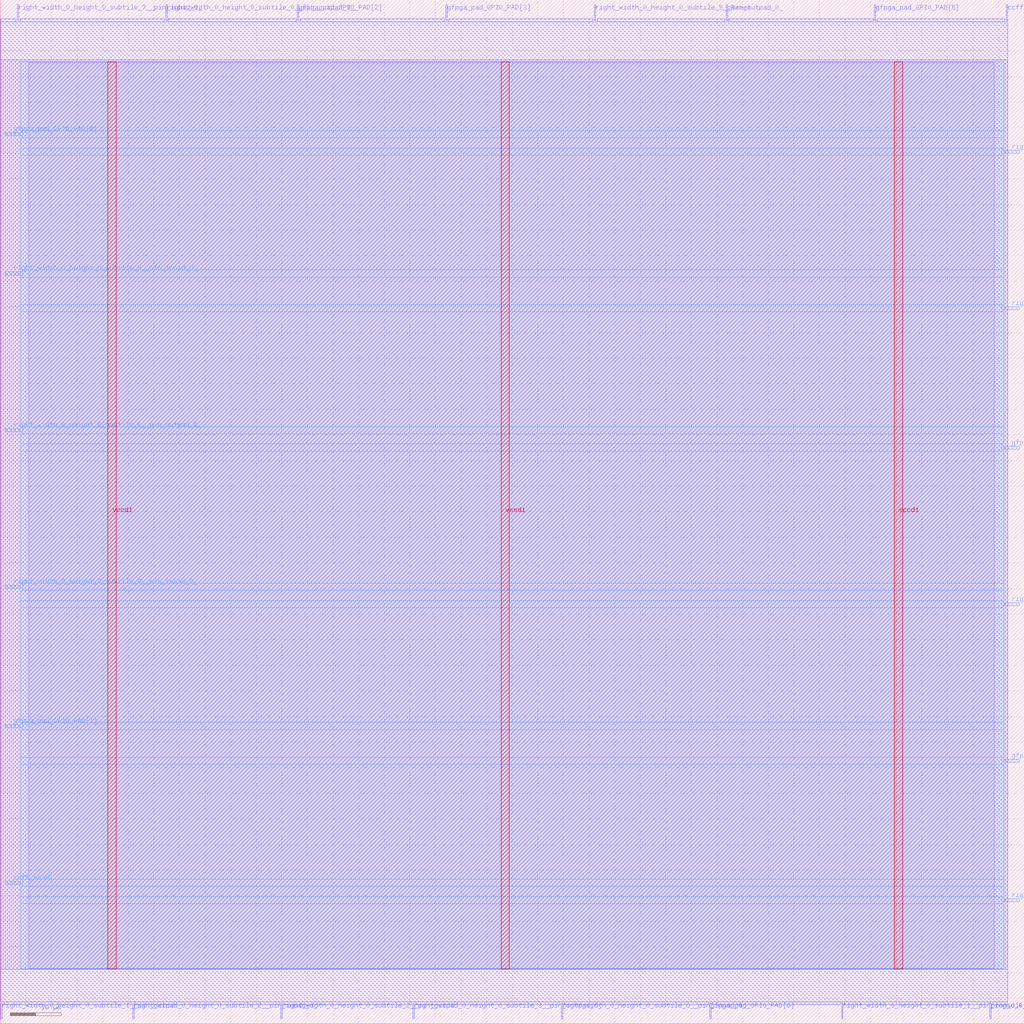
<source format=lef>
VERSION 5.7 ;
  NOWIREEXTENSIONATPIN ON ;
  DIVIDERCHAR "/" ;
  BUSBITCHARS "[]" ;
MACRO grid_io_left
  CLASS BLOCK ;
  FOREIGN grid_io_left ;
  ORIGIN 0.000 0.000 ;
  SIZE 200.000 BY 200.000 ;
  PIN ccff_head
    DIRECTION INPUT ;
    USE SIGNAL ;
    PORT
      LAYER met3 ;
        RECT 1.000 27.240 4.000 27.840 ;
    END
  END ccff_head
  PIN ccff_tail
    DIRECTION OUTPUT TRISTATE ;
    USE SIGNAL ;
    PORT
      LAYER met2 ;
        RECT 196.510 196.000 196.790 199.000 ;
    END
  END ccff_tail
  PIN gfpga_pad_GPIO_PAD[0]
    DIRECTION INOUT ;
    USE SIGNAL ;
    PORT
      LAYER met3 ;
        RECT 1.000 173.440 4.000 174.040 ;
    END
  END gfpga_pad_GPIO_PAD[0]
  PIN gfpga_pad_GPIO_PAD[1]
    DIRECTION INOUT ;
    USE SIGNAL ;
    PORT
      LAYER met3 ;
        RECT 1.000 57.840 4.000 58.440 ;
    END
  END gfpga_pad_GPIO_PAD[1]
  PIN gfpga_pad_GPIO_PAD[2]
    DIRECTION INOUT ;
    USE SIGNAL ;
    PORT
      LAYER met2 ;
        RECT 58.050 196.000 58.330 199.000 ;
    END
  END gfpga_pad_GPIO_PAD[2]
  PIN gfpga_pad_GPIO_PAD[3]
    DIRECTION INOUT ;
    USE SIGNAL ;
    PORT
      LAYER met2 ;
        RECT 87.030 196.000 87.310 199.000 ;
    END
  END gfpga_pad_GPIO_PAD[3]
  PIN gfpga_pad_GPIO_PAD[4]
    DIRECTION INOUT ;
    USE SIGNAL ;
    PORT
      LAYER met3 ;
        RECT 196.000 51.040 199.000 51.640 ;
    END
  END gfpga_pad_GPIO_PAD[4]
  PIN gfpga_pad_GPIO_PAD[5]
    DIRECTION INOUT ;
    USE SIGNAL ;
    PORT
      LAYER met2 ;
        RECT 170.750 196.000 171.030 199.000 ;
    END
  END gfpga_pad_GPIO_PAD[5]
  PIN gfpga_pad_GPIO_PAD[6]
    DIRECTION INOUT ;
    USE SIGNAL ;
    PORT
      LAYER met2 ;
        RECT 138.550 1.000 138.830 4.000 ;
    END
  END gfpga_pad_GPIO_PAD[6]
  PIN gfpga_pad_GPIO_PAD[7]
    DIRECTION INOUT ;
    USE SIGNAL ;
    PORT
      LAYER met3 ;
        RECT 196.000 112.240 199.000 112.840 ;
    END
  END gfpga_pad_GPIO_PAD[7]
  PIN pReset
    DIRECTION INPUT ;
    USE SIGNAL ;
    PORT
      LAYER met2 ;
        RECT 141.770 196.000 142.050 199.000 ;
    END
  END pReset
  PIN prog_clk
    DIRECTION INPUT ;
    USE SIGNAL ;
    PORT
      LAYER met2 ;
        RECT 193.290 1.000 193.570 4.000 ;
    END
  END prog_clk
  PIN right_width_0_height_0_subtile_0__pin_inpad_0_
    DIRECTION OUTPUT TRISTATE ;
    USE SIGNAL ;
    PORT
      LAYER met3 ;
        RECT 1.000 85.040 4.000 85.640 ;
    END
  END right_width_0_height_0_subtile_0__pin_inpad_0_
  PIN right_width_0_height_0_subtile_0__pin_outpad_0_
    DIRECTION INPUT ;
    USE SIGNAL ;
    PORT
      LAYER met2 ;
        RECT 32.290 196.000 32.570 199.000 ;
    END
  END right_width_0_height_0_subtile_0__pin_outpad_0_
  PIN right_width_0_height_0_subtile_1__pin_inpad_0_
    DIRECTION OUTPUT TRISTATE ;
    USE SIGNAL ;
    PORT
      LAYER met2 ;
        RECT 164.310 1.000 164.590 4.000 ;
    END
  END right_width_0_height_0_subtile_1__pin_inpad_0_
  PIN right_width_0_height_0_subtile_1__pin_outpad_0_
    DIRECTION INPUT ;
    USE SIGNAL ;
    PORT
      LAYER met2 ;
        RECT 0.090 1.000 0.370 4.000 ;
    END
  END right_width_0_height_0_subtile_1__pin_outpad_0_
  PIN right_width_0_height_0_subtile_2__pin_inpad_0_
    DIRECTION OUTPUT TRISTATE ;
    USE SIGNAL ;
    PORT
      LAYER met2 ;
        RECT 25.850 1.000 26.130 4.000 ;
    END
  END right_width_0_height_0_subtile_2__pin_inpad_0_
  PIN right_width_0_height_0_subtile_2__pin_outpad_0_
    DIRECTION INPUT ;
    USE SIGNAL ;
    PORT
      LAYER met2 ;
        RECT 54.830 1.000 55.110 4.000 ;
    END
  END right_width_0_height_0_subtile_2__pin_outpad_0_
  PIN right_width_0_height_0_subtile_3__pin_inpad_0_
    DIRECTION OUTPUT TRISTATE ;
    USE SIGNAL ;
    PORT
      LAYER met3 ;
        RECT 196.000 23.840 199.000 24.440 ;
    END
  END right_width_0_height_0_subtile_3__pin_inpad_0_
  PIN right_width_0_height_0_subtile_3__pin_outpad_0_
    DIRECTION INPUT ;
    USE SIGNAL ;
    PORT
      LAYER met2 ;
        RECT 80.590 1.000 80.870 4.000 ;
    END
  END right_width_0_height_0_subtile_3__pin_outpad_0_
  PIN right_width_0_height_0_subtile_4__pin_inpad_0_
    DIRECTION OUTPUT TRISTATE ;
    USE SIGNAL ;
    PORT
      LAYER met3 ;
        RECT 196.000 139.440 199.000 140.040 ;
    END
  END right_width_0_height_0_subtile_4__pin_inpad_0_
  PIN right_width_0_height_0_subtile_4__pin_outpad_0_
    DIRECTION INPUT ;
    USE SIGNAL ;
    PORT
      LAYER met3 ;
        RECT 196.000 170.040 199.000 170.640 ;
    END
  END right_width_0_height_0_subtile_4__pin_outpad_0_
  PIN right_width_0_height_0_subtile_5__pin_inpad_0_
    DIRECTION OUTPUT TRISTATE ;
    USE SIGNAL ;
    PORT
      LAYER met3 ;
        RECT 1.000 146.240 4.000 146.840 ;
    END
  END right_width_0_height_0_subtile_5__pin_inpad_0_
  PIN right_width_0_height_0_subtile_5__pin_outpad_0_
    DIRECTION INPUT ;
    USE SIGNAL ;
    PORT
      LAYER met2 ;
        RECT 116.010 196.000 116.290 199.000 ;
    END
  END right_width_0_height_0_subtile_5__pin_outpad_0_
  PIN right_width_0_height_0_subtile_6__pin_inpad_0_
    DIRECTION OUTPUT TRISTATE ;
    USE SIGNAL ;
    PORT
      LAYER met2 ;
        RECT 109.570 1.000 109.850 4.000 ;
    END
  END right_width_0_height_0_subtile_6__pin_inpad_0_
  PIN right_width_0_height_0_subtile_6__pin_outpad_0_
    DIRECTION INPUT ;
    USE SIGNAL ;
    PORT
      LAYER met3 ;
        RECT 1.000 115.640 4.000 116.240 ;
    END
  END right_width_0_height_0_subtile_6__pin_outpad_0_
  PIN right_width_0_height_0_subtile_7__pin_inpad_0_
    DIRECTION OUTPUT TRISTATE ;
    USE SIGNAL ;
    PORT
      LAYER met2 ;
        RECT 3.310 196.000 3.590 199.000 ;
    END
  END right_width_0_height_0_subtile_7__pin_inpad_0_
  PIN right_width_0_height_0_subtile_7__pin_outpad_0_
    DIRECTION INPUT ;
    USE SIGNAL ;
    PORT
      LAYER met3 ;
        RECT 196.000 81.640 199.000 82.240 ;
    END
  END right_width_0_height_0_subtile_7__pin_outpad_0_
  PIN vccd1
    DIRECTION INOUT ;
    USE POWER ;
    PORT
      LAYER met4 ;
        RECT 21.040 10.640 22.640 187.920 ;
    END
    PORT
      LAYER met4 ;
        RECT 174.640 10.640 176.240 187.920 ;
    END
  END vccd1
  PIN vssd1
    DIRECTION INOUT ;
    USE GROUND ;
    PORT
      LAYER met4 ;
        RECT 97.840 10.640 99.440 187.920 ;
    END
  END vssd1
  OBS
      LAYER li1 ;
        RECT 5.520 10.795 194.120 187.765 ;
      LAYER met1 ;
        RECT 0.070 10.640 196.810 188.320 ;
      LAYER met2 ;
        RECT 0.100 195.720 3.030 196.250 ;
        RECT 3.870 195.720 32.010 196.250 ;
        RECT 32.850 195.720 57.770 196.250 ;
        RECT 58.610 195.720 86.750 196.250 ;
        RECT 87.590 195.720 115.730 196.250 ;
        RECT 116.570 195.720 141.490 196.250 ;
        RECT 142.330 195.720 170.470 196.250 ;
        RECT 171.310 195.720 196.230 196.250 ;
        RECT 0.100 4.280 196.780 195.720 ;
        RECT 0.650 3.670 25.570 4.280 ;
        RECT 26.410 3.670 54.550 4.280 ;
        RECT 55.390 3.670 80.310 4.280 ;
        RECT 81.150 3.670 109.290 4.280 ;
        RECT 110.130 3.670 138.270 4.280 ;
        RECT 139.110 3.670 164.030 4.280 ;
        RECT 164.870 3.670 193.010 4.280 ;
        RECT 193.850 3.670 196.780 4.280 ;
      LAYER met3 ;
        RECT 4.000 174.440 196.000 187.845 ;
        RECT 4.400 173.040 196.000 174.440 ;
        RECT 4.000 171.040 196.000 173.040 ;
        RECT 4.000 169.640 195.600 171.040 ;
        RECT 4.000 147.240 196.000 169.640 ;
        RECT 4.400 145.840 196.000 147.240 ;
        RECT 4.000 140.440 196.000 145.840 ;
        RECT 4.000 139.040 195.600 140.440 ;
        RECT 4.000 116.640 196.000 139.040 ;
        RECT 4.400 115.240 196.000 116.640 ;
        RECT 4.000 113.240 196.000 115.240 ;
        RECT 4.000 111.840 195.600 113.240 ;
        RECT 4.000 86.040 196.000 111.840 ;
        RECT 4.400 84.640 196.000 86.040 ;
        RECT 4.000 82.640 196.000 84.640 ;
        RECT 4.000 81.240 195.600 82.640 ;
        RECT 4.000 58.840 196.000 81.240 ;
        RECT 4.400 57.440 196.000 58.840 ;
        RECT 4.000 52.040 196.000 57.440 ;
        RECT 4.000 50.640 195.600 52.040 ;
        RECT 4.000 28.240 196.000 50.640 ;
        RECT 4.400 26.840 196.000 28.240 ;
        RECT 4.000 24.840 196.000 26.840 ;
        RECT 4.000 23.440 195.600 24.840 ;
        RECT 4.000 10.715 196.000 23.440 ;
  END
END grid_io_left
END LIBRARY


</source>
